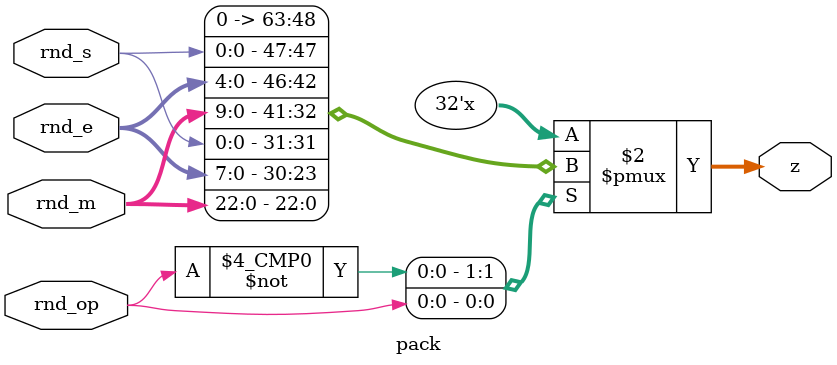
<source format=v>
module pack (
    input        rnd_op,
    input        rnd_s,
    input [ 7:0] rnd_e,
    input [22:0] rnd_m,

    output reg [31:0] z
);

  // op = 0:半精、1:單精
  always @(*) begin
    case (rnd_op)
      0: begin
        z = {16'd0, rnd_s, rnd_e[4:0], rnd_m[9:0]};
      end
      1: begin
        z = {rnd_s, rnd_e, rnd_m};
      end
    endcase
  end

endmodule
</source>
